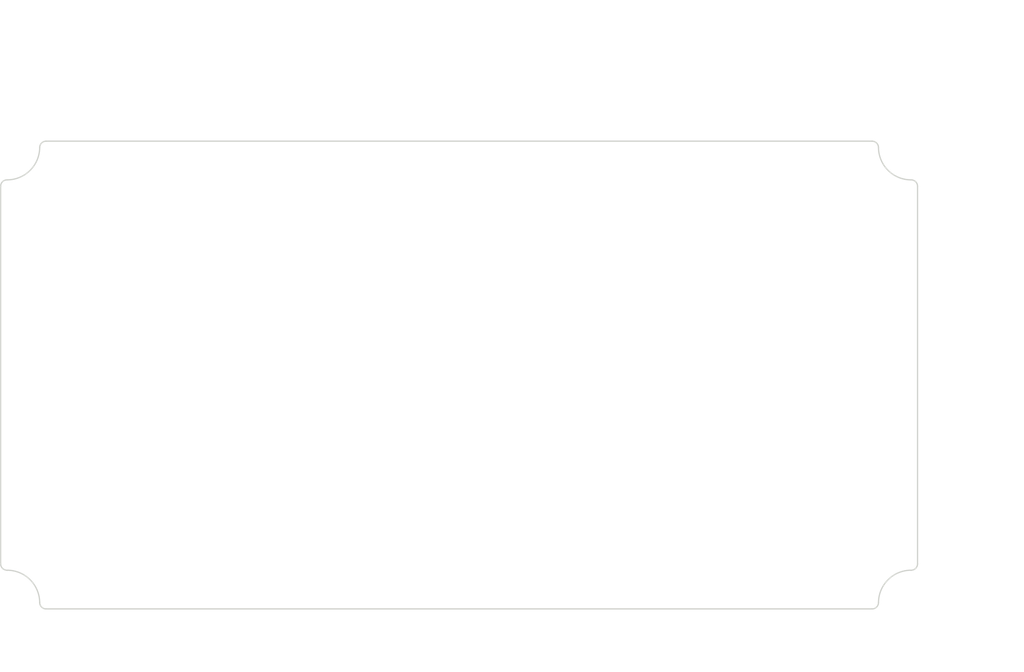
<source format=kicad_pcb>
(kicad_pcb (version 20171130) (host pcbnew "(5.1.0)-1")

  (general
    (thickness 1.6)
    (drawings 48)
    (tracks 0)
    (zones 0)
    (modules 0)
    (nets 1)
  )

  (page A4)
  (layers
    (0 F.Cu signal)
    (31 B.Cu signal)
    (32 B.Adhes user)
    (33 F.Adhes user)
    (34 B.Paste user)
    (35 F.Paste user)
    (36 B.SilkS user)
    (37 F.SilkS user)
    (38 B.Mask user)
    (39 F.Mask user)
    (40 Dwgs.User user)
    (41 Cmts.User user)
    (42 Eco1.User user)
    (43 Eco2.User user)
    (44 Edge.Cuts user)
    (45 Margin user)
    (46 B.CrtYd user)
    (47 F.CrtYd user)
    (48 B.Fab user)
    (49 F.Fab user)
  )

  (setup
    (last_trace_width 0.25)
    (trace_clearance 0.2)
    (zone_clearance 0.508)
    (zone_45_only no)
    (trace_min 0.2)
    (via_size 0.8)
    (via_drill 0.4)
    (via_min_size 0.4)
    (via_min_drill 0.3)
    (uvia_size 0.3)
    (uvia_drill 0.1)
    (uvias_allowed no)
    (uvia_min_size 0.2)
    (uvia_min_drill 0.1)
    (edge_width 0.05)
    (segment_width 0.2)
    (pcb_text_width 0.3)
    (pcb_text_size 1.5 1.5)
    (mod_edge_width 0.12)
    (mod_text_size 1 1)
    (mod_text_width 0.15)
    (pad_size 1.524 1.524)
    (pad_drill 0.762)
    (pad_to_mask_clearance 0.051)
    (solder_mask_min_width 0.25)
    (aux_axis_origin 0 0)
    (visible_elements FFFFFF7F)
    (pcbplotparams
      (layerselection 0x010fc_ffffffff)
      (usegerberextensions false)
      (usegerberattributes false)
      (usegerberadvancedattributes false)
      (creategerberjobfile false)
      (excludeedgelayer true)
      (linewidth 0.152400)
      (plotframeref false)
      (viasonmask false)
      (mode 1)
      (useauxorigin false)
      (hpglpennumber 1)
      (hpglpenspeed 20)
      (hpglpendiameter 15.000000)
      (psnegative false)
      (psa4output false)
      (plotreference true)
      (plotvalue true)
      (plotinvisibletext false)
      (padsonsilk false)
      (subtractmaskfromsilk false)
      (outputformat 1)
      (mirror false)
      (drillshape 1)
      (scaleselection 1)
      (outputdirectory ""))
  )

  (net 0 "")

  (net_class Default "This is the default net class."
    (clearance 0.2)
    (trace_width 0.25)
    (via_dia 0.8)
    (via_drill 0.4)
    (uvia_dia 0.3)
    (uvia_drill 0.1)
  )

  (gr_line (start 84.670659 63.727015) (end 213.687047 63.727015) (layer Edge.Cuts) (width 0.2))
  (gr_line (start 77.571183 70.776633) (end 77.571183 129.792737) (layer Edge.Cuts) (width 0.2))
  (gr_arc (start 78.578853 64.684685) (end 78.572442 69.776634) (angle -89.67401402) (layer Edge.Cuts) (width 0.2))
  (gr_arc (start 78.571183 70.776633) (end 78.572442 69.776634) (angle -90.07213757) (layer Edge.Cuts) (width 0.2))
  (gr_arc (start 84.670659 64.727015) (end 84.670659 63.727015) (angle -89.60187645) (layer Edge.Cuts) (width 0.2))
  (gr_line (start 213.687047 136.842355) (end 84.670659 136.842355) (layer Edge.Cuts) (width 0.2))
  (gr_arc (start 78.571183 129.792737) (end 77.571183 129.792737) (angle -90.07213757) (layer Edge.Cuts) (width 0.2))
  (gr_arc (start 78.578853 135.884685) (end 83.670683 135.849304) (angle -89.67401402) (layer Edge.Cuts) (width 0.2))
  (gr_arc (start 84.670659 135.842355) (end 83.670683 135.849304) (angle -89.60187645) (layer Edge.Cuts) (width 0.2))
  (gr_line (start 220.786523 129.792737) (end 220.786523 70.776633) (layer Edge.Cuts) (width 0.2))
  (gr_arc (start 219.786523 70.776633) (end 220.786523 70.776633) (angle -90.07213757) (layer Edge.Cuts) (width 0.2))
  (gr_arc (start 219.778853 64.684685) (end 214.687023 64.720067) (angle -89.67401402) (layer Edge.Cuts) (width 0.2))
  (gr_arc (start 213.687047 64.727015) (end 214.687023 64.720067) (angle -89.60187645) (layer Edge.Cuts) (width 0.2))
  (gr_arc (start 219.786523 129.792737) (end 219.785264 130.792736) (angle -90.07213757) (layer Edge.Cuts) (width 0.2))
  (gr_arc (start 219.778853 135.884685) (end 219.785264 130.792736) (angle -89.67401402) (layer Edge.Cuts) (width 0.2))
  (gr_arc (start 213.687047 135.842355) (end 213.687047 136.842355) (angle -89.60187645) (layer Edge.Cuts) (width 0.2))
  (gr_text [R0.04] (at 221.507902 145.312276) (layer Dwgs.User)
    (effects (font (size 1.7 1.53) (thickness 0.2125)))
  )
  (gr_text " R1.00" (at 221.507902 141.754841) (layer Dwgs.User)
    (effects (font (size 1.7 1.53) (thickness 0.2125)))
  )
  (gr_line (start 215.037131 143.422815) (end 214.213071 138.795878) (layer Dwgs.User) (width 0.2))
  (gr_line (start 217.037131 143.422815) (end 215.037131 143.422815) (layer Dwgs.User) (width 0.2))
  (gr_text [R0.20] (at 205.576206 129.743701) (layer Dwgs.User)
    (effects (font (size 1.7 1.53) (thickness 0.2125)))
  )
  (gr_text " R5.09" (at 205.576206 126.186266) (layer Dwgs.User)
    (effects (font (size 1.7 1.53) (thickness 0.2125)))
  )
  (gr_line (start 212.046977 127.85424) (end 214.859957 130.775844) (layer Dwgs.User) (width 0.2))
  (gr_line (start 210.046977 127.85424) (end 212.046977 127.85424) (layer Dwgs.User) (width 0.2))
  (gr_text [5.16] (at 149.178853 56.609528) (layer Dwgs.User)
    (effects (font (size 1.7 1.53) (thickness 0.2125)))
  )
  (gr_text " 131.02" (at 149.178853 53.051513) (layer Dwgs.User)
    (effects (font (size 1.7 1.53) (thickness 0.2125)))
  )
  (gr_line (start 85.670683 54.720067) (end 144.479637 54.720067) (layer Dwgs.User) (width 0.2))
  (gr_line (start 212.687023 54.720067) (end 153.878069 54.720067) (layer Dwgs.User) (width 0.2))
  (gr_line (start 83.670683 63.720067) (end 83.670683 51.545067) (layer Dwgs.User) (width 0.2))
  (gr_line (start 214.687023 63.720067) (end 214.687023 51.545067) (layer Dwgs.User) (width 0.2))
  (gr_text [2.40] (at 226.057392 102.174146) (layer Dwgs.User)
    (effects (font (size 1.7 1.53) (thickness 0.2125)))
  )
  (gr_text " 61.02" (at 226.057392 98.616711) (layer Dwgs.User)
    (effects (font (size 1.7 1.53) (thickness 0.2125)))
  )
  (gr_line (start 226.057392 128.792736) (end 226.057392 103.84212) (layer Dwgs.User) (width 0.2))
  (gr_line (start 226.057392 71.776634) (end 226.057392 96.72725) (layer Dwgs.User) (width 0.2))
  (gr_line (start 220.785264 130.792736) (end 229.232392 130.792736) (layer Dwgs.User) (width 0.2))
  (gr_line (start 220.785264 69.776634) (end 229.232392 69.776634) (layer Dwgs.User) (width 0.2))
  (gr_text [2.88] (at 233.402893 102.174146) (layer Dwgs.User)
    (effects (font (size 1.7 1.53) (thickness 0.2125)))
  )
  (gr_text " 73.12" (at 233.402893 98.616131) (layer Dwgs.User)
    (effects (font (size 1.7 1.53) (thickness 0.2125)))
  )
  (gr_line (start 233.402893 134.842355) (end 233.402893 103.8427) (layer Dwgs.User) (width 0.2))
  (gr_line (start 233.402893 65.727015) (end 233.402893 96.72667) (layer Dwgs.User) (width 0.2))
  (gr_line (start 214.687047 136.842355) (end 236.577893 136.842355) (layer Dwgs.User) (width 0.2))
  (gr_line (start 214.687047 63.727015) (end 236.577893 63.727015) (layer Dwgs.User) (width 0.2))
  (gr_text [5.64] (at 149.178853 46.825887) (layer Dwgs.User)
    (effects (font (size 1.7 1.53) (thickness 0.2125)))
  )
  (gr_text " 143.22" (at 149.178853 43.267872) (layer Dwgs.User)
    (effects (font (size 1.7 1.53) (thickness 0.2125)))
  )
  (gr_line (start 218.786523 44.936426) (end 153.878069 44.936426) (layer Dwgs.User) (width 0.2))
  (gr_line (start 79.571183 44.936426) (end 144.479637 44.936426) (layer Dwgs.User) (width 0.2))
  (gr_line (start 220.786523 69.776633) (end 220.786523 41.761426) (layer Dwgs.User) (width 0.2))
  (gr_line (start 77.571183 69.776633) (end 77.571183 41.761426) (layer Dwgs.User) (width 0.2))

)

</source>
